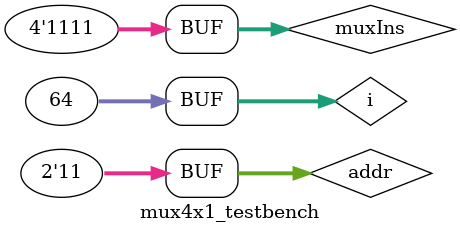
<source format=sv>
`timescale 1ns/10ps
module mux4x1(out, addr, muxIns);
	output logic out;
	input logic [1:0] addr;
	input logic [3:0] muxIns;

	logic [1:0] midVal;
	
	//using 3 2x1 muxes, construct a 4x1 mux
	mux2_1 m0(.out(midVal[0]), .i0(muxIns[0]), .i1(muxIns[1]), .sel(addr[0]));
	mux2_1 m1(.out(midVal[1]), .i0(muxIns[2]), .i1(muxIns[3]), .sel(addr[0]));
	mux2_1 m (.out, .i0(midVal[0]), .i1(midVal[1]), .sel(addr[1]));
endmodule

module mux4x1_testbench();
	logic [3:0] muxIns;
	logic [1:0] addr;
	logic out;

	mux4x1 dut (.out, .addr, .muxIns);

	integer i;
	initial begin
		for(i=0; i<64; i++) begin
			{muxIns, addr} = i; #100;
		end
	end
endmodule 
</source>
